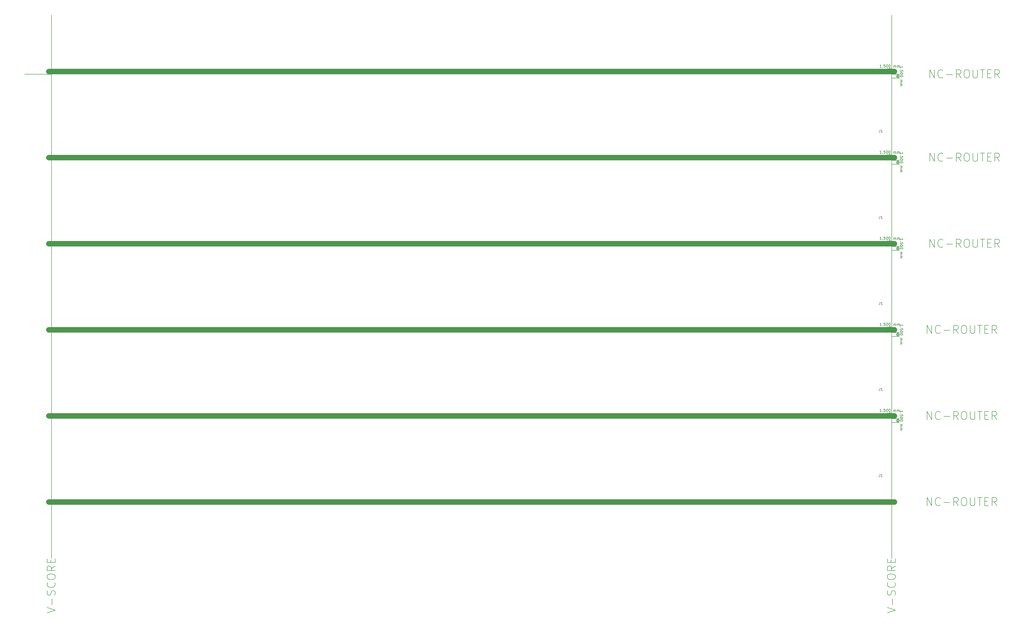
<source format=gbr>
G04 #@! TF.GenerationSoftware,KiCad,Pcbnew,(5.1.5)-3*
G04 #@! TF.CreationDate,2020-04-14T19:59:01+09:00*
G04 #@! TF.ProjectId,APA102_MENZUKE5_base,41504131-3032-45f4-9d45-4e5a554b4535,rev?*
G04 #@! TF.SameCoordinates,Original*
G04 #@! TF.FileFunction,Other,ECO2*
%FSLAX46Y46*%
G04 Gerber Fmt 4.6, Leading zero omitted, Abs format (unit mm)*
G04 Created by KiCad (PCBNEW (5.1.5)-3) date 2020-04-14 19:59:01*
%MOMM*%
%LPD*%
G04 APERTURE LIST*
%ADD10C,0.150000*%
%ADD11C,2.000000*%
G04 APERTURE END LIST*
D10*
X40000000Y-40000000D02*
X50000000Y-40000000D01*
X376142857Y-41357142D02*
X376142857Y-38357142D01*
X377857142Y-41357142D01*
X377857142Y-38357142D01*
X381000000Y-41071428D02*
X380857142Y-41214285D01*
X380428571Y-41357142D01*
X380142857Y-41357142D01*
X379714285Y-41214285D01*
X379428571Y-40928571D01*
X379285714Y-40642857D01*
X379142857Y-40071428D01*
X379142857Y-39642857D01*
X379285714Y-39071428D01*
X379428571Y-38785714D01*
X379714285Y-38500000D01*
X380142857Y-38357142D01*
X380428571Y-38357142D01*
X380857142Y-38500000D01*
X381000000Y-38642857D01*
X382285714Y-40214285D02*
X384571428Y-40214285D01*
X387714285Y-41357142D02*
X386714285Y-39928571D01*
X386000000Y-41357142D02*
X386000000Y-38357142D01*
X387142857Y-38357142D01*
X387428571Y-38500000D01*
X387571428Y-38642857D01*
X387714285Y-38928571D01*
X387714285Y-39357142D01*
X387571428Y-39642857D01*
X387428571Y-39785714D01*
X387142857Y-39928571D01*
X386000000Y-39928571D01*
X389571428Y-38357142D02*
X390142857Y-38357142D01*
X390428571Y-38500000D01*
X390714285Y-38785714D01*
X390857142Y-39357142D01*
X390857142Y-40357142D01*
X390714285Y-40928571D01*
X390428571Y-41214285D01*
X390142857Y-41357142D01*
X389571428Y-41357142D01*
X389285714Y-41214285D01*
X389000000Y-40928571D01*
X388857142Y-40357142D01*
X388857142Y-39357142D01*
X389000000Y-38785714D01*
X389285714Y-38500000D01*
X389571428Y-38357142D01*
X392142857Y-38357142D02*
X392142857Y-40785714D01*
X392285714Y-41071428D01*
X392428571Y-41214285D01*
X392714285Y-41357142D01*
X393285714Y-41357142D01*
X393571428Y-41214285D01*
X393714285Y-41071428D01*
X393857142Y-40785714D01*
X393857142Y-38357142D01*
X394857142Y-38357142D02*
X396571428Y-38357142D01*
X395714285Y-41357142D02*
X395714285Y-38357142D01*
X397571428Y-39785714D02*
X398571428Y-39785714D01*
X399000000Y-41357142D02*
X397571428Y-41357142D01*
X397571428Y-38357142D01*
X399000000Y-38357142D01*
X402000000Y-41357142D02*
X401000000Y-39928571D01*
X400285714Y-41357142D02*
X400285714Y-38357142D01*
X401428571Y-38357142D01*
X401714285Y-38500000D01*
X401857142Y-38642857D01*
X402000000Y-38928571D01*
X402000000Y-39357142D01*
X401857142Y-39642857D01*
X401714285Y-39785714D01*
X401428571Y-39928571D01*
X400285714Y-39928571D01*
X376142857Y-72357142D02*
X376142857Y-69357142D01*
X377857142Y-72357142D01*
X377857142Y-69357142D01*
X381000000Y-72071428D02*
X380857142Y-72214285D01*
X380428571Y-72357142D01*
X380142857Y-72357142D01*
X379714285Y-72214285D01*
X379428571Y-71928571D01*
X379285714Y-71642857D01*
X379142857Y-71071428D01*
X379142857Y-70642857D01*
X379285714Y-70071428D01*
X379428571Y-69785714D01*
X379714285Y-69500000D01*
X380142857Y-69357142D01*
X380428571Y-69357142D01*
X380857142Y-69500000D01*
X381000000Y-69642857D01*
X382285714Y-71214285D02*
X384571428Y-71214285D01*
X387714285Y-72357142D02*
X386714285Y-70928571D01*
X386000000Y-72357142D02*
X386000000Y-69357142D01*
X387142857Y-69357142D01*
X387428571Y-69500000D01*
X387571428Y-69642857D01*
X387714285Y-69928571D01*
X387714285Y-70357142D01*
X387571428Y-70642857D01*
X387428571Y-70785714D01*
X387142857Y-70928571D01*
X386000000Y-70928571D01*
X389571428Y-69357142D02*
X390142857Y-69357142D01*
X390428571Y-69500000D01*
X390714285Y-69785714D01*
X390857142Y-70357142D01*
X390857142Y-71357142D01*
X390714285Y-71928571D01*
X390428571Y-72214285D01*
X390142857Y-72357142D01*
X389571428Y-72357142D01*
X389285714Y-72214285D01*
X389000000Y-71928571D01*
X388857142Y-71357142D01*
X388857142Y-70357142D01*
X389000000Y-69785714D01*
X389285714Y-69500000D01*
X389571428Y-69357142D01*
X392142857Y-69357142D02*
X392142857Y-71785714D01*
X392285714Y-72071428D01*
X392428571Y-72214285D01*
X392714285Y-72357142D01*
X393285714Y-72357142D01*
X393571428Y-72214285D01*
X393714285Y-72071428D01*
X393857142Y-71785714D01*
X393857142Y-69357142D01*
X394857142Y-69357142D02*
X396571428Y-69357142D01*
X395714285Y-72357142D02*
X395714285Y-69357142D01*
X397571428Y-70785714D02*
X398571428Y-70785714D01*
X399000000Y-72357142D02*
X397571428Y-72357142D01*
X397571428Y-69357142D01*
X399000000Y-69357142D01*
X402000000Y-72357142D02*
X401000000Y-70928571D01*
X400285714Y-72357142D02*
X400285714Y-69357142D01*
X401428571Y-69357142D01*
X401714285Y-69500000D01*
X401857142Y-69642857D01*
X402000000Y-69928571D01*
X402000000Y-70357142D01*
X401857142Y-70642857D01*
X401714285Y-70785714D01*
X401428571Y-70928571D01*
X400285714Y-70928571D01*
X376142857Y-104357142D02*
X376142857Y-101357142D01*
X377857142Y-104357142D01*
X377857142Y-101357142D01*
X381000000Y-104071428D02*
X380857142Y-104214285D01*
X380428571Y-104357142D01*
X380142857Y-104357142D01*
X379714285Y-104214285D01*
X379428571Y-103928571D01*
X379285714Y-103642857D01*
X379142857Y-103071428D01*
X379142857Y-102642857D01*
X379285714Y-102071428D01*
X379428571Y-101785714D01*
X379714285Y-101500000D01*
X380142857Y-101357142D01*
X380428571Y-101357142D01*
X380857142Y-101500000D01*
X381000000Y-101642857D01*
X382285714Y-103214285D02*
X384571428Y-103214285D01*
X387714285Y-104357142D02*
X386714285Y-102928571D01*
X386000000Y-104357142D02*
X386000000Y-101357142D01*
X387142857Y-101357142D01*
X387428571Y-101500000D01*
X387571428Y-101642857D01*
X387714285Y-101928571D01*
X387714285Y-102357142D01*
X387571428Y-102642857D01*
X387428571Y-102785714D01*
X387142857Y-102928571D01*
X386000000Y-102928571D01*
X389571428Y-101357142D02*
X390142857Y-101357142D01*
X390428571Y-101500000D01*
X390714285Y-101785714D01*
X390857142Y-102357142D01*
X390857142Y-103357142D01*
X390714285Y-103928571D01*
X390428571Y-104214285D01*
X390142857Y-104357142D01*
X389571428Y-104357142D01*
X389285714Y-104214285D01*
X389000000Y-103928571D01*
X388857142Y-103357142D01*
X388857142Y-102357142D01*
X389000000Y-101785714D01*
X389285714Y-101500000D01*
X389571428Y-101357142D01*
X392142857Y-101357142D02*
X392142857Y-103785714D01*
X392285714Y-104071428D01*
X392428571Y-104214285D01*
X392714285Y-104357142D01*
X393285714Y-104357142D01*
X393571428Y-104214285D01*
X393714285Y-104071428D01*
X393857142Y-103785714D01*
X393857142Y-101357142D01*
X394857142Y-101357142D02*
X396571428Y-101357142D01*
X395714285Y-104357142D02*
X395714285Y-101357142D01*
X397571428Y-102785714D02*
X398571428Y-102785714D01*
X399000000Y-104357142D02*
X397571428Y-104357142D01*
X397571428Y-101357142D01*
X399000000Y-101357142D01*
X402000000Y-104357142D02*
X401000000Y-102928571D01*
X400285714Y-104357142D02*
X400285714Y-101357142D01*
X401428571Y-101357142D01*
X401714285Y-101500000D01*
X401857142Y-101642857D01*
X402000000Y-101928571D01*
X402000000Y-102357142D01*
X401857142Y-102642857D01*
X401714285Y-102785714D01*
X401428571Y-102928571D01*
X400285714Y-102928571D01*
X375142857Y-136357142D02*
X375142857Y-133357142D01*
X376857142Y-136357142D01*
X376857142Y-133357142D01*
X380000000Y-136071428D02*
X379857142Y-136214285D01*
X379428571Y-136357142D01*
X379142857Y-136357142D01*
X378714285Y-136214285D01*
X378428571Y-135928571D01*
X378285714Y-135642857D01*
X378142857Y-135071428D01*
X378142857Y-134642857D01*
X378285714Y-134071428D01*
X378428571Y-133785714D01*
X378714285Y-133500000D01*
X379142857Y-133357142D01*
X379428571Y-133357142D01*
X379857142Y-133500000D01*
X380000000Y-133642857D01*
X381285714Y-135214285D02*
X383571428Y-135214285D01*
X386714285Y-136357142D02*
X385714285Y-134928571D01*
X385000000Y-136357142D02*
X385000000Y-133357142D01*
X386142857Y-133357142D01*
X386428571Y-133500000D01*
X386571428Y-133642857D01*
X386714285Y-133928571D01*
X386714285Y-134357142D01*
X386571428Y-134642857D01*
X386428571Y-134785714D01*
X386142857Y-134928571D01*
X385000000Y-134928571D01*
X388571428Y-133357142D02*
X389142857Y-133357142D01*
X389428571Y-133500000D01*
X389714285Y-133785714D01*
X389857142Y-134357142D01*
X389857142Y-135357142D01*
X389714285Y-135928571D01*
X389428571Y-136214285D01*
X389142857Y-136357142D01*
X388571428Y-136357142D01*
X388285714Y-136214285D01*
X388000000Y-135928571D01*
X387857142Y-135357142D01*
X387857142Y-134357142D01*
X388000000Y-133785714D01*
X388285714Y-133500000D01*
X388571428Y-133357142D01*
X391142857Y-133357142D02*
X391142857Y-135785714D01*
X391285714Y-136071428D01*
X391428571Y-136214285D01*
X391714285Y-136357142D01*
X392285714Y-136357142D01*
X392571428Y-136214285D01*
X392714285Y-136071428D01*
X392857142Y-135785714D01*
X392857142Y-133357142D01*
X393857142Y-133357142D02*
X395571428Y-133357142D01*
X394714285Y-136357142D02*
X394714285Y-133357142D01*
X396571428Y-134785714D02*
X397571428Y-134785714D01*
X398000000Y-136357142D02*
X396571428Y-136357142D01*
X396571428Y-133357142D01*
X398000000Y-133357142D01*
X401000000Y-136357142D02*
X400000000Y-134928571D01*
X399285714Y-136357142D02*
X399285714Y-133357142D01*
X400428571Y-133357142D01*
X400714285Y-133500000D01*
X400857142Y-133642857D01*
X401000000Y-133928571D01*
X401000000Y-134357142D01*
X400857142Y-134642857D01*
X400714285Y-134785714D01*
X400428571Y-134928571D01*
X399285714Y-134928571D01*
X375142857Y-168357142D02*
X375142857Y-165357142D01*
X376857142Y-168357142D01*
X376857142Y-165357142D01*
X380000000Y-168071428D02*
X379857142Y-168214285D01*
X379428571Y-168357142D01*
X379142857Y-168357142D01*
X378714285Y-168214285D01*
X378428571Y-167928571D01*
X378285714Y-167642857D01*
X378142857Y-167071428D01*
X378142857Y-166642857D01*
X378285714Y-166071428D01*
X378428571Y-165785714D01*
X378714285Y-165500000D01*
X379142857Y-165357142D01*
X379428571Y-165357142D01*
X379857142Y-165500000D01*
X380000000Y-165642857D01*
X381285714Y-167214285D02*
X383571428Y-167214285D01*
X386714285Y-168357142D02*
X385714285Y-166928571D01*
X385000000Y-168357142D02*
X385000000Y-165357142D01*
X386142857Y-165357142D01*
X386428571Y-165500000D01*
X386571428Y-165642857D01*
X386714285Y-165928571D01*
X386714285Y-166357142D01*
X386571428Y-166642857D01*
X386428571Y-166785714D01*
X386142857Y-166928571D01*
X385000000Y-166928571D01*
X388571428Y-165357142D02*
X389142857Y-165357142D01*
X389428571Y-165500000D01*
X389714285Y-165785714D01*
X389857142Y-166357142D01*
X389857142Y-167357142D01*
X389714285Y-167928571D01*
X389428571Y-168214285D01*
X389142857Y-168357142D01*
X388571428Y-168357142D01*
X388285714Y-168214285D01*
X388000000Y-167928571D01*
X387857142Y-167357142D01*
X387857142Y-166357142D01*
X388000000Y-165785714D01*
X388285714Y-165500000D01*
X388571428Y-165357142D01*
X391142857Y-165357142D02*
X391142857Y-167785714D01*
X391285714Y-168071428D01*
X391428571Y-168214285D01*
X391714285Y-168357142D01*
X392285714Y-168357142D01*
X392571428Y-168214285D01*
X392714285Y-168071428D01*
X392857142Y-167785714D01*
X392857142Y-165357142D01*
X393857142Y-165357142D02*
X395571428Y-165357142D01*
X394714285Y-168357142D02*
X394714285Y-165357142D01*
X396571428Y-166785714D02*
X397571428Y-166785714D01*
X398000000Y-168357142D02*
X396571428Y-168357142D01*
X396571428Y-165357142D01*
X398000000Y-165357142D01*
X401000000Y-168357142D02*
X400000000Y-166928571D01*
X399285714Y-168357142D02*
X399285714Y-165357142D01*
X400428571Y-165357142D01*
X400714285Y-165500000D01*
X400857142Y-165642857D01*
X401000000Y-165928571D01*
X401000000Y-166357142D01*
X400857142Y-166642857D01*
X400714285Y-166785714D01*
X400428571Y-166928571D01*
X399285714Y-166928571D01*
X375142857Y-200357142D02*
X375142857Y-197357142D01*
X376857142Y-200357142D01*
X376857142Y-197357142D01*
X380000000Y-200071428D02*
X379857142Y-200214285D01*
X379428571Y-200357142D01*
X379142857Y-200357142D01*
X378714285Y-200214285D01*
X378428571Y-199928571D01*
X378285714Y-199642857D01*
X378142857Y-199071428D01*
X378142857Y-198642857D01*
X378285714Y-198071428D01*
X378428571Y-197785714D01*
X378714285Y-197500000D01*
X379142857Y-197357142D01*
X379428571Y-197357142D01*
X379857142Y-197500000D01*
X380000000Y-197642857D01*
X381285714Y-199214285D02*
X383571428Y-199214285D01*
X386714285Y-200357142D02*
X385714285Y-198928571D01*
X385000000Y-200357142D02*
X385000000Y-197357142D01*
X386142857Y-197357142D01*
X386428571Y-197500000D01*
X386571428Y-197642857D01*
X386714285Y-197928571D01*
X386714285Y-198357142D01*
X386571428Y-198642857D01*
X386428571Y-198785714D01*
X386142857Y-198928571D01*
X385000000Y-198928571D01*
X388571428Y-197357142D02*
X389142857Y-197357142D01*
X389428571Y-197500000D01*
X389714285Y-197785714D01*
X389857142Y-198357142D01*
X389857142Y-199357142D01*
X389714285Y-199928571D01*
X389428571Y-200214285D01*
X389142857Y-200357142D01*
X388571428Y-200357142D01*
X388285714Y-200214285D01*
X388000000Y-199928571D01*
X387857142Y-199357142D01*
X387857142Y-198357142D01*
X388000000Y-197785714D01*
X388285714Y-197500000D01*
X388571428Y-197357142D01*
X391142857Y-197357142D02*
X391142857Y-199785714D01*
X391285714Y-200071428D01*
X391428571Y-200214285D01*
X391714285Y-200357142D01*
X392285714Y-200357142D01*
X392571428Y-200214285D01*
X392714285Y-200071428D01*
X392857142Y-199785714D01*
X392857142Y-197357142D01*
X393857142Y-197357142D02*
X395571428Y-197357142D01*
X394714285Y-200357142D02*
X394714285Y-197357142D01*
X396571428Y-198785714D02*
X397571428Y-198785714D01*
X398000000Y-200357142D02*
X396571428Y-200357142D01*
X396571428Y-197357142D01*
X398000000Y-197357142D01*
X401000000Y-200357142D02*
X400000000Y-198928571D01*
X399285714Y-200357142D02*
X399285714Y-197357142D01*
X400428571Y-197357142D01*
X400714285Y-197500000D01*
X400857142Y-197642857D01*
X401000000Y-197928571D01*
X401000000Y-198357142D01*
X400857142Y-198642857D01*
X400714285Y-198785714D01*
X400428571Y-198928571D01*
X399285714Y-198928571D01*
X48357142Y-240214285D02*
X51357142Y-239214285D01*
X48357142Y-238214285D01*
X50214285Y-237214285D02*
X50214285Y-234928571D01*
X51214285Y-233642857D02*
X51357142Y-233214285D01*
X51357142Y-232500000D01*
X51214285Y-232214285D01*
X51071428Y-232071428D01*
X50785714Y-231928571D01*
X50500000Y-231928571D01*
X50214285Y-232071428D01*
X50071428Y-232214285D01*
X49928571Y-232500000D01*
X49785714Y-233071428D01*
X49642857Y-233357142D01*
X49500000Y-233500000D01*
X49214285Y-233642857D01*
X48928571Y-233642857D01*
X48642857Y-233500000D01*
X48500000Y-233357142D01*
X48357142Y-233071428D01*
X48357142Y-232357142D01*
X48500000Y-231928571D01*
X51071428Y-228928571D02*
X51214285Y-229071428D01*
X51357142Y-229500000D01*
X51357142Y-229785714D01*
X51214285Y-230214285D01*
X50928571Y-230500000D01*
X50642857Y-230642857D01*
X50071428Y-230785714D01*
X49642857Y-230785714D01*
X49071428Y-230642857D01*
X48785714Y-230500000D01*
X48500000Y-230214285D01*
X48357142Y-229785714D01*
X48357142Y-229500000D01*
X48500000Y-229071428D01*
X48642857Y-228928571D01*
X48357142Y-227071428D02*
X48357142Y-226500000D01*
X48500000Y-226214285D01*
X48785714Y-225928571D01*
X49357142Y-225785714D01*
X50357142Y-225785714D01*
X50928571Y-225928571D01*
X51214285Y-226214285D01*
X51357142Y-226500000D01*
X51357142Y-227071428D01*
X51214285Y-227357142D01*
X50928571Y-227642857D01*
X50357142Y-227785714D01*
X49357142Y-227785714D01*
X48785714Y-227642857D01*
X48500000Y-227357142D01*
X48357142Y-227071428D01*
X51357142Y-222785714D02*
X49928571Y-223785714D01*
X51357142Y-224500000D02*
X48357142Y-224500000D01*
X48357142Y-223357142D01*
X48500000Y-223071428D01*
X48642857Y-222928571D01*
X48928571Y-222785714D01*
X49357142Y-222785714D01*
X49642857Y-222928571D01*
X49785714Y-223071428D01*
X49928571Y-223357142D01*
X49928571Y-224500000D01*
X49785714Y-221500000D02*
X49785714Y-220500000D01*
X51357142Y-220071428D02*
X51357142Y-221500000D01*
X48357142Y-221500000D01*
X48357142Y-220071428D01*
X360357142Y-240214285D02*
X363357142Y-239214285D01*
X360357142Y-238214285D01*
X362214285Y-237214285D02*
X362214285Y-234928571D01*
X363214285Y-233642857D02*
X363357142Y-233214285D01*
X363357142Y-232500000D01*
X363214285Y-232214285D01*
X363071428Y-232071428D01*
X362785714Y-231928571D01*
X362500000Y-231928571D01*
X362214285Y-232071428D01*
X362071428Y-232214285D01*
X361928571Y-232500000D01*
X361785714Y-233071428D01*
X361642857Y-233357142D01*
X361500000Y-233500000D01*
X361214285Y-233642857D01*
X360928571Y-233642857D01*
X360642857Y-233500000D01*
X360500000Y-233357142D01*
X360357142Y-233071428D01*
X360357142Y-232357142D01*
X360500000Y-231928571D01*
X363071428Y-228928571D02*
X363214285Y-229071428D01*
X363357142Y-229500000D01*
X363357142Y-229785714D01*
X363214285Y-230214285D01*
X362928571Y-230500000D01*
X362642857Y-230642857D01*
X362071428Y-230785714D01*
X361642857Y-230785714D01*
X361071428Y-230642857D01*
X360785714Y-230500000D01*
X360500000Y-230214285D01*
X360357142Y-229785714D01*
X360357142Y-229500000D01*
X360500000Y-229071428D01*
X360642857Y-228928571D01*
X360357142Y-227071428D02*
X360357142Y-226500000D01*
X360500000Y-226214285D01*
X360785714Y-225928571D01*
X361357142Y-225785714D01*
X362357142Y-225785714D01*
X362928571Y-225928571D01*
X363214285Y-226214285D01*
X363357142Y-226500000D01*
X363357142Y-227071428D01*
X363214285Y-227357142D01*
X362928571Y-227642857D01*
X362357142Y-227785714D01*
X361357142Y-227785714D01*
X360785714Y-227642857D01*
X360500000Y-227357142D01*
X360357142Y-227071428D01*
X363357142Y-222785714D02*
X361928571Y-223785714D01*
X363357142Y-224500000D02*
X360357142Y-224500000D01*
X360357142Y-223357142D01*
X360500000Y-223071428D01*
X360642857Y-222928571D01*
X360928571Y-222785714D01*
X361357142Y-222785714D01*
X361642857Y-222928571D01*
X361785714Y-223071428D01*
X361928571Y-223357142D01*
X361928571Y-224500000D01*
X361785714Y-221500000D02*
X361785714Y-220500000D01*
X363357142Y-220071428D02*
X363357142Y-221500000D01*
X360357142Y-221500000D01*
X360357142Y-220071428D01*
X362000000Y-220000000D02*
X362000000Y-18000000D01*
X50000000Y-220000000D02*
X50000000Y-18000000D01*
D11*
X363000000Y-39000000D02*
X49000000Y-39000000D01*
X363000000Y-199000000D02*
X49000000Y-199000000D01*
X363000000Y-167000000D02*
X49000000Y-167000000D01*
X363000000Y-135000000D02*
X49000000Y-135000000D01*
X363000000Y-103000000D02*
X49000000Y-103000000D01*
X363000000Y-71000000D02*
X49000000Y-71000000D01*
D10*
X358154761Y-165452380D02*
X357583333Y-165452380D01*
X357869047Y-165452380D02*
X357869047Y-164452380D01*
X357773809Y-164595238D01*
X357678571Y-164690476D01*
X357583333Y-164738095D01*
X358583333Y-165357142D02*
X358630952Y-165404761D01*
X358583333Y-165452380D01*
X358535714Y-165404761D01*
X358583333Y-165357142D01*
X358583333Y-165452380D01*
X359535714Y-164452380D02*
X359059523Y-164452380D01*
X359011904Y-164928571D01*
X359059523Y-164880952D01*
X359154761Y-164833333D01*
X359392857Y-164833333D01*
X359488095Y-164880952D01*
X359535714Y-164928571D01*
X359583333Y-165023809D01*
X359583333Y-165261904D01*
X359535714Y-165357142D01*
X359488095Y-165404761D01*
X359392857Y-165452380D01*
X359154761Y-165452380D01*
X359059523Y-165404761D01*
X359011904Y-165357142D01*
X360202380Y-164452380D02*
X360297619Y-164452380D01*
X360392857Y-164500000D01*
X360440476Y-164547619D01*
X360488095Y-164642857D01*
X360535714Y-164833333D01*
X360535714Y-165071428D01*
X360488095Y-165261904D01*
X360440476Y-165357142D01*
X360392857Y-165404761D01*
X360297619Y-165452380D01*
X360202380Y-165452380D01*
X360107142Y-165404761D01*
X360059523Y-165357142D01*
X360011904Y-165261904D01*
X359964285Y-165071428D01*
X359964285Y-164833333D01*
X360011904Y-164642857D01*
X360059523Y-164547619D01*
X360107142Y-164500000D01*
X360202380Y-164452380D01*
X361154761Y-164452380D02*
X361250000Y-164452380D01*
X361345238Y-164500000D01*
X361392857Y-164547619D01*
X361440476Y-164642857D01*
X361488095Y-164833333D01*
X361488095Y-165071428D01*
X361440476Y-165261904D01*
X361392857Y-165357142D01*
X361345238Y-165404761D01*
X361250000Y-165452380D01*
X361154761Y-165452380D01*
X361059523Y-165404761D01*
X361011904Y-165357142D01*
X360964285Y-165261904D01*
X360916666Y-165071428D01*
X360916666Y-164833333D01*
X360964285Y-164642857D01*
X361011904Y-164547619D01*
X361059523Y-164500000D01*
X361154761Y-164452380D01*
X362678571Y-165452380D02*
X362678571Y-164785714D01*
X362678571Y-164880952D02*
X362726190Y-164833333D01*
X362821428Y-164785714D01*
X362964285Y-164785714D01*
X363059523Y-164833333D01*
X363107142Y-164928571D01*
X363107142Y-165452380D01*
X363107142Y-164928571D02*
X363154761Y-164833333D01*
X363250000Y-164785714D01*
X363392857Y-164785714D01*
X363488095Y-164833333D01*
X363535714Y-164928571D01*
X363535714Y-165452380D01*
X364011904Y-165452380D02*
X364011904Y-164785714D01*
X364011904Y-164880952D02*
X364059523Y-164833333D01*
X364154761Y-164785714D01*
X364297619Y-164785714D01*
X364392857Y-164833333D01*
X364440476Y-164928571D01*
X364440476Y-165452380D01*
X364440476Y-164928571D02*
X364488095Y-164833333D01*
X364583333Y-164785714D01*
X364726190Y-164785714D01*
X364821428Y-164833333D01*
X364869047Y-164928571D01*
X364869047Y-165452380D01*
X362000000Y-166300000D02*
X360500000Y-166300000D01*
X362000000Y-168000000D02*
X362000000Y-165713579D01*
X360500000Y-168000000D02*
X360500000Y-165713579D01*
X360500000Y-166300000D02*
X361626504Y-165713579D01*
X360500000Y-166300000D02*
X361626504Y-166886421D01*
X362000000Y-166300000D02*
X360873496Y-165713579D01*
X362000000Y-166300000D02*
X360873496Y-166886421D01*
X358154761Y-133452380D02*
X357583333Y-133452380D01*
X357869047Y-133452380D02*
X357869047Y-132452380D01*
X357773809Y-132595238D01*
X357678571Y-132690476D01*
X357583333Y-132738095D01*
X358583333Y-133357142D02*
X358630952Y-133404761D01*
X358583333Y-133452380D01*
X358535714Y-133404761D01*
X358583333Y-133357142D01*
X358583333Y-133452380D01*
X359535714Y-132452380D02*
X359059523Y-132452380D01*
X359011904Y-132928571D01*
X359059523Y-132880952D01*
X359154761Y-132833333D01*
X359392857Y-132833333D01*
X359488095Y-132880952D01*
X359535714Y-132928571D01*
X359583333Y-133023809D01*
X359583333Y-133261904D01*
X359535714Y-133357142D01*
X359488095Y-133404761D01*
X359392857Y-133452380D01*
X359154761Y-133452380D01*
X359059523Y-133404761D01*
X359011904Y-133357142D01*
X360202380Y-132452380D02*
X360297619Y-132452380D01*
X360392857Y-132500000D01*
X360440476Y-132547619D01*
X360488095Y-132642857D01*
X360535714Y-132833333D01*
X360535714Y-133071428D01*
X360488095Y-133261904D01*
X360440476Y-133357142D01*
X360392857Y-133404761D01*
X360297619Y-133452380D01*
X360202380Y-133452380D01*
X360107142Y-133404761D01*
X360059523Y-133357142D01*
X360011904Y-133261904D01*
X359964285Y-133071428D01*
X359964285Y-132833333D01*
X360011904Y-132642857D01*
X360059523Y-132547619D01*
X360107142Y-132500000D01*
X360202380Y-132452380D01*
X361154761Y-132452380D02*
X361250000Y-132452380D01*
X361345238Y-132500000D01*
X361392857Y-132547619D01*
X361440476Y-132642857D01*
X361488095Y-132833333D01*
X361488095Y-133071428D01*
X361440476Y-133261904D01*
X361392857Y-133357142D01*
X361345238Y-133404761D01*
X361250000Y-133452380D01*
X361154761Y-133452380D01*
X361059523Y-133404761D01*
X361011904Y-133357142D01*
X360964285Y-133261904D01*
X360916666Y-133071428D01*
X360916666Y-132833333D01*
X360964285Y-132642857D01*
X361011904Y-132547619D01*
X361059523Y-132500000D01*
X361154761Y-132452380D01*
X362678571Y-133452380D02*
X362678571Y-132785714D01*
X362678571Y-132880952D02*
X362726190Y-132833333D01*
X362821428Y-132785714D01*
X362964285Y-132785714D01*
X363059523Y-132833333D01*
X363107142Y-132928571D01*
X363107142Y-133452380D01*
X363107142Y-132928571D02*
X363154761Y-132833333D01*
X363250000Y-132785714D01*
X363392857Y-132785714D01*
X363488095Y-132833333D01*
X363535714Y-132928571D01*
X363535714Y-133452380D01*
X364011904Y-133452380D02*
X364011904Y-132785714D01*
X364011904Y-132880952D02*
X364059523Y-132833333D01*
X364154761Y-132785714D01*
X364297619Y-132785714D01*
X364392857Y-132833333D01*
X364440476Y-132928571D01*
X364440476Y-133452380D01*
X364440476Y-132928571D02*
X364488095Y-132833333D01*
X364583333Y-132785714D01*
X364726190Y-132785714D01*
X364821428Y-132833333D01*
X364869047Y-132928571D01*
X364869047Y-133452380D01*
X362000000Y-134300000D02*
X360500000Y-134300000D01*
X362000000Y-136000000D02*
X362000000Y-133713579D01*
X360500000Y-136000000D02*
X360500000Y-133713579D01*
X360500000Y-134300000D02*
X361626504Y-133713579D01*
X360500000Y-134300000D02*
X361626504Y-134886421D01*
X362000000Y-134300000D02*
X360873496Y-133713579D01*
X362000000Y-134300000D02*
X360873496Y-134886421D01*
X358154761Y-101452380D02*
X357583333Y-101452380D01*
X357869047Y-101452380D02*
X357869047Y-100452380D01*
X357773809Y-100595238D01*
X357678571Y-100690476D01*
X357583333Y-100738095D01*
X358583333Y-101357142D02*
X358630952Y-101404761D01*
X358583333Y-101452380D01*
X358535714Y-101404761D01*
X358583333Y-101357142D01*
X358583333Y-101452380D01*
X359535714Y-100452380D02*
X359059523Y-100452380D01*
X359011904Y-100928571D01*
X359059523Y-100880952D01*
X359154761Y-100833333D01*
X359392857Y-100833333D01*
X359488095Y-100880952D01*
X359535714Y-100928571D01*
X359583333Y-101023809D01*
X359583333Y-101261904D01*
X359535714Y-101357142D01*
X359488095Y-101404761D01*
X359392857Y-101452380D01*
X359154761Y-101452380D01*
X359059523Y-101404761D01*
X359011904Y-101357142D01*
X360202380Y-100452380D02*
X360297619Y-100452380D01*
X360392857Y-100500000D01*
X360440476Y-100547619D01*
X360488095Y-100642857D01*
X360535714Y-100833333D01*
X360535714Y-101071428D01*
X360488095Y-101261904D01*
X360440476Y-101357142D01*
X360392857Y-101404761D01*
X360297619Y-101452380D01*
X360202380Y-101452380D01*
X360107142Y-101404761D01*
X360059523Y-101357142D01*
X360011904Y-101261904D01*
X359964285Y-101071428D01*
X359964285Y-100833333D01*
X360011904Y-100642857D01*
X360059523Y-100547619D01*
X360107142Y-100500000D01*
X360202380Y-100452380D01*
X361154761Y-100452380D02*
X361250000Y-100452380D01*
X361345238Y-100500000D01*
X361392857Y-100547619D01*
X361440476Y-100642857D01*
X361488095Y-100833333D01*
X361488095Y-101071428D01*
X361440476Y-101261904D01*
X361392857Y-101357142D01*
X361345238Y-101404761D01*
X361250000Y-101452380D01*
X361154761Y-101452380D01*
X361059523Y-101404761D01*
X361011904Y-101357142D01*
X360964285Y-101261904D01*
X360916666Y-101071428D01*
X360916666Y-100833333D01*
X360964285Y-100642857D01*
X361011904Y-100547619D01*
X361059523Y-100500000D01*
X361154761Y-100452380D01*
X362678571Y-101452380D02*
X362678571Y-100785714D01*
X362678571Y-100880952D02*
X362726190Y-100833333D01*
X362821428Y-100785714D01*
X362964285Y-100785714D01*
X363059523Y-100833333D01*
X363107142Y-100928571D01*
X363107142Y-101452380D01*
X363107142Y-100928571D02*
X363154761Y-100833333D01*
X363250000Y-100785714D01*
X363392857Y-100785714D01*
X363488095Y-100833333D01*
X363535714Y-100928571D01*
X363535714Y-101452380D01*
X364011904Y-101452380D02*
X364011904Y-100785714D01*
X364011904Y-100880952D02*
X364059523Y-100833333D01*
X364154761Y-100785714D01*
X364297619Y-100785714D01*
X364392857Y-100833333D01*
X364440476Y-100928571D01*
X364440476Y-101452380D01*
X364440476Y-100928571D02*
X364488095Y-100833333D01*
X364583333Y-100785714D01*
X364726190Y-100785714D01*
X364821428Y-100833333D01*
X364869047Y-100928571D01*
X364869047Y-101452380D01*
X362000000Y-102300000D02*
X360500000Y-102300000D01*
X362000000Y-104000000D02*
X362000000Y-101713579D01*
X360500000Y-104000000D02*
X360500000Y-101713579D01*
X360500000Y-102300000D02*
X361626504Y-101713579D01*
X360500000Y-102300000D02*
X361626504Y-102886421D01*
X362000000Y-102300000D02*
X360873496Y-101713579D01*
X362000000Y-102300000D02*
X360873496Y-102886421D01*
X358154761Y-69452380D02*
X357583333Y-69452380D01*
X357869047Y-69452380D02*
X357869047Y-68452380D01*
X357773809Y-68595238D01*
X357678571Y-68690476D01*
X357583333Y-68738095D01*
X358583333Y-69357142D02*
X358630952Y-69404761D01*
X358583333Y-69452380D01*
X358535714Y-69404761D01*
X358583333Y-69357142D01*
X358583333Y-69452380D01*
X359535714Y-68452380D02*
X359059523Y-68452380D01*
X359011904Y-68928571D01*
X359059523Y-68880952D01*
X359154761Y-68833333D01*
X359392857Y-68833333D01*
X359488095Y-68880952D01*
X359535714Y-68928571D01*
X359583333Y-69023809D01*
X359583333Y-69261904D01*
X359535714Y-69357142D01*
X359488095Y-69404761D01*
X359392857Y-69452380D01*
X359154761Y-69452380D01*
X359059523Y-69404761D01*
X359011904Y-69357142D01*
X360202380Y-68452380D02*
X360297619Y-68452380D01*
X360392857Y-68500000D01*
X360440476Y-68547619D01*
X360488095Y-68642857D01*
X360535714Y-68833333D01*
X360535714Y-69071428D01*
X360488095Y-69261904D01*
X360440476Y-69357142D01*
X360392857Y-69404761D01*
X360297619Y-69452380D01*
X360202380Y-69452380D01*
X360107142Y-69404761D01*
X360059523Y-69357142D01*
X360011904Y-69261904D01*
X359964285Y-69071428D01*
X359964285Y-68833333D01*
X360011904Y-68642857D01*
X360059523Y-68547619D01*
X360107142Y-68500000D01*
X360202380Y-68452380D01*
X361154761Y-68452380D02*
X361250000Y-68452380D01*
X361345238Y-68500000D01*
X361392857Y-68547619D01*
X361440476Y-68642857D01*
X361488095Y-68833333D01*
X361488095Y-69071428D01*
X361440476Y-69261904D01*
X361392857Y-69357142D01*
X361345238Y-69404761D01*
X361250000Y-69452380D01*
X361154761Y-69452380D01*
X361059523Y-69404761D01*
X361011904Y-69357142D01*
X360964285Y-69261904D01*
X360916666Y-69071428D01*
X360916666Y-68833333D01*
X360964285Y-68642857D01*
X361011904Y-68547619D01*
X361059523Y-68500000D01*
X361154761Y-68452380D01*
X362678571Y-69452380D02*
X362678571Y-68785714D01*
X362678571Y-68880952D02*
X362726190Y-68833333D01*
X362821428Y-68785714D01*
X362964285Y-68785714D01*
X363059523Y-68833333D01*
X363107142Y-68928571D01*
X363107142Y-69452380D01*
X363107142Y-68928571D02*
X363154761Y-68833333D01*
X363250000Y-68785714D01*
X363392857Y-68785714D01*
X363488095Y-68833333D01*
X363535714Y-68928571D01*
X363535714Y-69452380D01*
X364011904Y-69452380D02*
X364011904Y-68785714D01*
X364011904Y-68880952D02*
X364059523Y-68833333D01*
X364154761Y-68785714D01*
X364297619Y-68785714D01*
X364392857Y-68833333D01*
X364440476Y-68928571D01*
X364440476Y-69452380D01*
X364440476Y-68928571D02*
X364488095Y-68833333D01*
X364583333Y-68785714D01*
X364726190Y-68785714D01*
X364821428Y-68833333D01*
X364869047Y-68928571D01*
X364869047Y-69452380D01*
X362000000Y-70300000D02*
X360500000Y-70300000D01*
X362000000Y-72000000D02*
X362000000Y-69713579D01*
X360500000Y-72000000D02*
X360500000Y-69713579D01*
X360500000Y-70300000D02*
X361626504Y-69713579D01*
X360500000Y-70300000D02*
X361626504Y-70886421D01*
X362000000Y-70300000D02*
X360873496Y-69713579D01*
X362000000Y-70300000D02*
X360873496Y-70886421D01*
X365147619Y-165654761D02*
X365147619Y-165083333D01*
X365147619Y-165369047D02*
X366147619Y-165369047D01*
X366004761Y-165273809D01*
X365909523Y-165178571D01*
X365861904Y-165083333D01*
X365242857Y-166083333D02*
X365195238Y-166130952D01*
X365147619Y-166083333D01*
X365195238Y-166035714D01*
X365242857Y-166083333D01*
X365147619Y-166083333D01*
X366147619Y-167035714D02*
X366147619Y-166559523D01*
X365671428Y-166511904D01*
X365719047Y-166559523D01*
X365766666Y-166654761D01*
X365766666Y-166892857D01*
X365719047Y-166988095D01*
X365671428Y-167035714D01*
X365576190Y-167083333D01*
X365338095Y-167083333D01*
X365242857Y-167035714D01*
X365195238Y-166988095D01*
X365147619Y-166892857D01*
X365147619Y-166654761D01*
X365195238Y-166559523D01*
X365242857Y-166511904D01*
X366147619Y-167702380D02*
X366147619Y-167797619D01*
X366100000Y-167892857D01*
X366052380Y-167940476D01*
X365957142Y-167988095D01*
X365766666Y-168035714D01*
X365528571Y-168035714D01*
X365338095Y-167988095D01*
X365242857Y-167940476D01*
X365195238Y-167892857D01*
X365147619Y-167797619D01*
X365147619Y-167702380D01*
X365195238Y-167607142D01*
X365242857Y-167559523D01*
X365338095Y-167511904D01*
X365528571Y-167464285D01*
X365766666Y-167464285D01*
X365957142Y-167511904D01*
X366052380Y-167559523D01*
X366100000Y-167607142D01*
X366147619Y-167702380D01*
X366147619Y-168654761D02*
X366147619Y-168750000D01*
X366100000Y-168845238D01*
X366052380Y-168892857D01*
X365957142Y-168940476D01*
X365766666Y-168988095D01*
X365528571Y-168988095D01*
X365338095Y-168940476D01*
X365242857Y-168892857D01*
X365195238Y-168845238D01*
X365147619Y-168750000D01*
X365147619Y-168654761D01*
X365195238Y-168559523D01*
X365242857Y-168511904D01*
X365338095Y-168464285D01*
X365528571Y-168416666D01*
X365766666Y-168416666D01*
X365957142Y-168464285D01*
X366052380Y-168511904D01*
X366100000Y-168559523D01*
X366147619Y-168654761D01*
X365147619Y-170178571D02*
X365814285Y-170178571D01*
X365719047Y-170178571D02*
X365766666Y-170226190D01*
X365814285Y-170321428D01*
X365814285Y-170464285D01*
X365766666Y-170559523D01*
X365671428Y-170607142D01*
X365147619Y-170607142D01*
X365671428Y-170607142D02*
X365766666Y-170654761D01*
X365814285Y-170750000D01*
X365814285Y-170892857D01*
X365766666Y-170988095D01*
X365671428Y-171035714D01*
X365147619Y-171035714D01*
X365147619Y-171511904D02*
X365814285Y-171511904D01*
X365719047Y-171511904D02*
X365766666Y-171559523D01*
X365814285Y-171654761D01*
X365814285Y-171797619D01*
X365766666Y-171892857D01*
X365671428Y-171940476D01*
X365147619Y-171940476D01*
X365671428Y-171940476D02*
X365766666Y-171988095D01*
X365814285Y-172083333D01*
X365814285Y-172226190D01*
X365766666Y-172321428D01*
X365671428Y-172369047D01*
X365147619Y-172369047D01*
X364300000Y-168000000D02*
X364300000Y-169500000D01*
X362000000Y-168000000D02*
X364886421Y-168000000D01*
X362000000Y-169500000D02*
X364886421Y-169500000D01*
X364300000Y-169500000D02*
X363713579Y-168373496D01*
X364300000Y-169500000D02*
X364886421Y-168373496D01*
X364300000Y-168000000D02*
X363713579Y-169126504D01*
X364300000Y-168000000D02*
X364886421Y-169126504D01*
X365147619Y-133654761D02*
X365147619Y-133083333D01*
X365147619Y-133369047D02*
X366147619Y-133369047D01*
X366004761Y-133273809D01*
X365909523Y-133178571D01*
X365861904Y-133083333D01*
X365242857Y-134083333D02*
X365195238Y-134130952D01*
X365147619Y-134083333D01*
X365195238Y-134035714D01*
X365242857Y-134083333D01*
X365147619Y-134083333D01*
X366147619Y-135035714D02*
X366147619Y-134559523D01*
X365671428Y-134511904D01*
X365719047Y-134559523D01*
X365766666Y-134654761D01*
X365766666Y-134892857D01*
X365719047Y-134988095D01*
X365671428Y-135035714D01*
X365576190Y-135083333D01*
X365338095Y-135083333D01*
X365242857Y-135035714D01*
X365195238Y-134988095D01*
X365147619Y-134892857D01*
X365147619Y-134654761D01*
X365195238Y-134559523D01*
X365242857Y-134511904D01*
X366147619Y-135702380D02*
X366147619Y-135797619D01*
X366100000Y-135892857D01*
X366052380Y-135940476D01*
X365957142Y-135988095D01*
X365766666Y-136035714D01*
X365528571Y-136035714D01*
X365338095Y-135988095D01*
X365242857Y-135940476D01*
X365195238Y-135892857D01*
X365147619Y-135797619D01*
X365147619Y-135702380D01*
X365195238Y-135607142D01*
X365242857Y-135559523D01*
X365338095Y-135511904D01*
X365528571Y-135464285D01*
X365766666Y-135464285D01*
X365957142Y-135511904D01*
X366052380Y-135559523D01*
X366100000Y-135607142D01*
X366147619Y-135702380D01*
X366147619Y-136654761D02*
X366147619Y-136750000D01*
X366100000Y-136845238D01*
X366052380Y-136892857D01*
X365957142Y-136940476D01*
X365766666Y-136988095D01*
X365528571Y-136988095D01*
X365338095Y-136940476D01*
X365242857Y-136892857D01*
X365195238Y-136845238D01*
X365147619Y-136750000D01*
X365147619Y-136654761D01*
X365195238Y-136559523D01*
X365242857Y-136511904D01*
X365338095Y-136464285D01*
X365528571Y-136416666D01*
X365766666Y-136416666D01*
X365957142Y-136464285D01*
X366052380Y-136511904D01*
X366100000Y-136559523D01*
X366147619Y-136654761D01*
X365147619Y-138178571D02*
X365814285Y-138178571D01*
X365719047Y-138178571D02*
X365766666Y-138226190D01*
X365814285Y-138321428D01*
X365814285Y-138464285D01*
X365766666Y-138559523D01*
X365671428Y-138607142D01*
X365147619Y-138607142D01*
X365671428Y-138607142D02*
X365766666Y-138654761D01*
X365814285Y-138750000D01*
X365814285Y-138892857D01*
X365766666Y-138988095D01*
X365671428Y-139035714D01*
X365147619Y-139035714D01*
X365147619Y-139511904D02*
X365814285Y-139511904D01*
X365719047Y-139511904D02*
X365766666Y-139559523D01*
X365814285Y-139654761D01*
X365814285Y-139797619D01*
X365766666Y-139892857D01*
X365671428Y-139940476D01*
X365147619Y-139940476D01*
X365671428Y-139940476D02*
X365766666Y-139988095D01*
X365814285Y-140083333D01*
X365814285Y-140226190D01*
X365766666Y-140321428D01*
X365671428Y-140369047D01*
X365147619Y-140369047D01*
X364300000Y-136000000D02*
X364300000Y-137500000D01*
X362000000Y-136000000D02*
X364886421Y-136000000D01*
X362000000Y-137500000D02*
X364886421Y-137500000D01*
X364300000Y-137500000D02*
X363713579Y-136373496D01*
X364300000Y-137500000D02*
X364886421Y-136373496D01*
X364300000Y-136000000D02*
X363713579Y-137126504D01*
X364300000Y-136000000D02*
X364886421Y-137126504D01*
X365147619Y-101654761D02*
X365147619Y-101083333D01*
X365147619Y-101369047D02*
X366147619Y-101369047D01*
X366004761Y-101273809D01*
X365909523Y-101178571D01*
X365861904Y-101083333D01*
X365242857Y-102083333D02*
X365195238Y-102130952D01*
X365147619Y-102083333D01*
X365195238Y-102035714D01*
X365242857Y-102083333D01*
X365147619Y-102083333D01*
X366147619Y-103035714D02*
X366147619Y-102559523D01*
X365671428Y-102511904D01*
X365719047Y-102559523D01*
X365766666Y-102654761D01*
X365766666Y-102892857D01*
X365719047Y-102988095D01*
X365671428Y-103035714D01*
X365576190Y-103083333D01*
X365338095Y-103083333D01*
X365242857Y-103035714D01*
X365195238Y-102988095D01*
X365147619Y-102892857D01*
X365147619Y-102654761D01*
X365195238Y-102559523D01*
X365242857Y-102511904D01*
X366147619Y-103702380D02*
X366147619Y-103797619D01*
X366100000Y-103892857D01*
X366052380Y-103940476D01*
X365957142Y-103988095D01*
X365766666Y-104035714D01*
X365528571Y-104035714D01*
X365338095Y-103988095D01*
X365242857Y-103940476D01*
X365195238Y-103892857D01*
X365147619Y-103797619D01*
X365147619Y-103702380D01*
X365195238Y-103607142D01*
X365242857Y-103559523D01*
X365338095Y-103511904D01*
X365528571Y-103464285D01*
X365766666Y-103464285D01*
X365957142Y-103511904D01*
X366052380Y-103559523D01*
X366100000Y-103607142D01*
X366147619Y-103702380D01*
X366147619Y-104654761D02*
X366147619Y-104750000D01*
X366100000Y-104845238D01*
X366052380Y-104892857D01*
X365957142Y-104940476D01*
X365766666Y-104988095D01*
X365528571Y-104988095D01*
X365338095Y-104940476D01*
X365242857Y-104892857D01*
X365195238Y-104845238D01*
X365147619Y-104750000D01*
X365147619Y-104654761D01*
X365195238Y-104559523D01*
X365242857Y-104511904D01*
X365338095Y-104464285D01*
X365528571Y-104416666D01*
X365766666Y-104416666D01*
X365957142Y-104464285D01*
X366052380Y-104511904D01*
X366100000Y-104559523D01*
X366147619Y-104654761D01*
X365147619Y-106178571D02*
X365814285Y-106178571D01*
X365719047Y-106178571D02*
X365766666Y-106226190D01*
X365814285Y-106321428D01*
X365814285Y-106464285D01*
X365766666Y-106559523D01*
X365671428Y-106607142D01*
X365147619Y-106607142D01*
X365671428Y-106607142D02*
X365766666Y-106654761D01*
X365814285Y-106750000D01*
X365814285Y-106892857D01*
X365766666Y-106988095D01*
X365671428Y-107035714D01*
X365147619Y-107035714D01*
X365147619Y-107511904D02*
X365814285Y-107511904D01*
X365719047Y-107511904D02*
X365766666Y-107559523D01*
X365814285Y-107654761D01*
X365814285Y-107797619D01*
X365766666Y-107892857D01*
X365671428Y-107940476D01*
X365147619Y-107940476D01*
X365671428Y-107940476D02*
X365766666Y-107988095D01*
X365814285Y-108083333D01*
X365814285Y-108226190D01*
X365766666Y-108321428D01*
X365671428Y-108369047D01*
X365147619Y-108369047D01*
X364300000Y-104000000D02*
X364300000Y-105500000D01*
X362000000Y-104000000D02*
X364886421Y-104000000D01*
X362000000Y-105500000D02*
X364886421Y-105500000D01*
X364300000Y-105500000D02*
X363713579Y-104373496D01*
X364300000Y-105500000D02*
X364886421Y-104373496D01*
X364300000Y-104000000D02*
X363713579Y-105126504D01*
X364300000Y-104000000D02*
X364886421Y-105126504D01*
X365147619Y-69654761D02*
X365147619Y-69083333D01*
X365147619Y-69369047D02*
X366147619Y-69369047D01*
X366004761Y-69273809D01*
X365909523Y-69178571D01*
X365861904Y-69083333D01*
X365242857Y-70083333D02*
X365195238Y-70130952D01*
X365147619Y-70083333D01*
X365195238Y-70035714D01*
X365242857Y-70083333D01*
X365147619Y-70083333D01*
X366147619Y-71035714D02*
X366147619Y-70559523D01*
X365671428Y-70511904D01*
X365719047Y-70559523D01*
X365766666Y-70654761D01*
X365766666Y-70892857D01*
X365719047Y-70988095D01*
X365671428Y-71035714D01*
X365576190Y-71083333D01*
X365338095Y-71083333D01*
X365242857Y-71035714D01*
X365195238Y-70988095D01*
X365147619Y-70892857D01*
X365147619Y-70654761D01*
X365195238Y-70559523D01*
X365242857Y-70511904D01*
X366147619Y-71702380D02*
X366147619Y-71797619D01*
X366100000Y-71892857D01*
X366052380Y-71940476D01*
X365957142Y-71988095D01*
X365766666Y-72035714D01*
X365528571Y-72035714D01*
X365338095Y-71988095D01*
X365242857Y-71940476D01*
X365195238Y-71892857D01*
X365147619Y-71797619D01*
X365147619Y-71702380D01*
X365195238Y-71607142D01*
X365242857Y-71559523D01*
X365338095Y-71511904D01*
X365528571Y-71464285D01*
X365766666Y-71464285D01*
X365957142Y-71511904D01*
X366052380Y-71559523D01*
X366100000Y-71607142D01*
X366147619Y-71702380D01*
X366147619Y-72654761D02*
X366147619Y-72750000D01*
X366100000Y-72845238D01*
X366052380Y-72892857D01*
X365957142Y-72940476D01*
X365766666Y-72988095D01*
X365528571Y-72988095D01*
X365338095Y-72940476D01*
X365242857Y-72892857D01*
X365195238Y-72845238D01*
X365147619Y-72750000D01*
X365147619Y-72654761D01*
X365195238Y-72559523D01*
X365242857Y-72511904D01*
X365338095Y-72464285D01*
X365528571Y-72416666D01*
X365766666Y-72416666D01*
X365957142Y-72464285D01*
X366052380Y-72511904D01*
X366100000Y-72559523D01*
X366147619Y-72654761D01*
X365147619Y-74178571D02*
X365814285Y-74178571D01*
X365719047Y-74178571D02*
X365766666Y-74226190D01*
X365814285Y-74321428D01*
X365814285Y-74464285D01*
X365766666Y-74559523D01*
X365671428Y-74607142D01*
X365147619Y-74607142D01*
X365671428Y-74607142D02*
X365766666Y-74654761D01*
X365814285Y-74750000D01*
X365814285Y-74892857D01*
X365766666Y-74988095D01*
X365671428Y-75035714D01*
X365147619Y-75035714D01*
X365147619Y-75511904D02*
X365814285Y-75511904D01*
X365719047Y-75511904D02*
X365766666Y-75559523D01*
X365814285Y-75654761D01*
X365814285Y-75797619D01*
X365766666Y-75892857D01*
X365671428Y-75940476D01*
X365147619Y-75940476D01*
X365671428Y-75940476D02*
X365766666Y-75988095D01*
X365814285Y-76083333D01*
X365814285Y-76226190D01*
X365766666Y-76321428D01*
X365671428Y-76369047D01*
X365147619Y-76369047D01*
X364300000Y-72000000D02*
X364300000Y-73500000D01*
X362000000Y-72000000D02*
X364886421Y-72000000D01*
X362000000Y-73500000D02*
X364886421Y-73500000D01*
X364300000Y-73500000D02*
X363713579Y-72373496D01*
X364300000Y-73500000D02*
X364886421Y-72373496D01*
X364300000Y-72000000D02*
X363713579Y-73126504D01*
X364300000Y-72000000D02*
X364886421Y-73126504D01*
X358154761Y-37452380D02*
X357583333Y-37452380D01*
X357869047Y-37452380D02*
X357869047Y-36452380D01*
X357773809Y-36595238D01*
X357678571Y-36690476D01*
X357583333Y-36738095D01*
X358583333Y-37357142D02*
X358630952Y-37404761D01*
X358583333Y-37452380D01*
X358535714Y-37404761D01*
X358583333Y-37357142D01*
X358583333Y-37452380D01*
X359535714Y-36452380D02*
X359059523Y-36452380D01*
X359011904Y-36928571D01*
X359059523Y-36880952D01*
X359154761Y-36833333D01*
X359392857Y-36833333D01*
X359488095Y-36880952D01*
X359535714Y-36928571D01*
X359583333Y-37023809D01*
X359583333Y-37261904D01*
X359535714Y-37357142D01*
X359488095Y-37404761D01*
X359392857Y-37452380D01*
X359154761Y-37452380D01*
X359059523Y-37404761D01*
X359011904Y-37357142D01*
X360202380Y-36452380D02*
X360297619Y-36452380D01*
X360392857Y-36500000D01*
X360440476Y-36547619D01*
X360488095Y-36642857D01*
X360535714Y-36833333D01*
X360535714Y-37071428D01*
X360488095Y-37261904D01*
X360440476Y-37357142D01*
X360392857Y-37404761D01*
X360297619Y-37452380D01*
X360202380Y-37452380D01*
X360107142Y-37404761D01*
X360059523Y-37357142D01*
X360011904Y-37261904D01*
X359964285Y-37071428D01*
X359964285Y-36833333D01*
X360011904Y-36642857D01*
X360059523Y-36547619D01*
X360107142Y-36500000D01*
X360202380Y-36452380D01*
X361154761Y-36452380D02*
X361250000Y-36452380D01*
X361345238Y-36500000D01*
X361392857Y-36547619D01*
X361440476Y-36642857D01*
X361488095Y-36833333D01*
X361488095Y-37071428D01*
X361440476Y-37261904D01*
X361392857Y-37357142D01*
X361345238Y-37404761D01*
X361250000Y-37452380D01*
X361154761Y-37452380D01*
X361059523Y-37404761D01*
X361011904Y-37357142D01*
X360964285Y-37261904D01*
X360916666Y-37071428D01*
X360916666Y-36833333D01*
X360964285Y-36642857D01*
X361011904Y-36547619D01*
X361059523Y-36500000D01*
X361154761Y-36452380D01*
X362678571Y-37452380D02*
X362678571Y-36785714D01*
X362678571Y-36880952D02*
X362726190Y-36833333D01*
X362821428Y-36785714D01*
X362964285Y-36785714D01*
X363059523Y-36833333D01*
X363107142Y-36928571D01*
X363107142Y-37452380D01*
X363107142Y-36928571D02*
X363154761Y-36833333D01*
X363250000Y-36785714D01*
X363392857Y-36785714D01*
X363488095Y-36833333D01*
X363535714Y-36928571D01*
X363535714Y-37452380D01*
X364011904Y-37452380D02*
X364011904Y-36785714D01*
X364011904Y-36880952D02*
X364059523Y-36833333D01*
X364154761Y-36785714D01*
X364297619Y-36785714D01*
X364392857Y-36833333D01*
X364440476Y-36928571D01*
X364440476Y-37452380D01*
X364440476Y-36928571D02*
X364488095Y-36833333D01*
X364583333Y-36785714D01*
X364726190Y-36785714D01*
X364821428Y-36833333D01*
X364869047Y-36928571D01*
X364869047Y-37452380D01*
X362000000Y-38300000D02*
X360500000Y-38300000D01*
X362000000Y-40000000D02*
X362000000Y-37713579D01*
X360500000Y-40000000D02*
X360500000Y-37713579D01*
X360500000Y-38300000D02*
X361626504Y-37713579D01*
X360500000Y-38300000D02*
X361626504Y-38886421D01*
X362000000Y-38300000D02*
X360873496Y-37713579D01*
X362000000Y-38300000D02*
X360873496Y-38886421D01*
X365147619Y-37654761D02*
X365147619Y-37083333D01*
X365147619Y-37369047D02*
X366147619Y-37369047D01*
X366004761Y-37273809D01*
X365909523Y-37178571D01*
X365861904Y-37083333D01*
X365242857Y-38083333D02*
X365195238Y-38130952D01*
X365147619Y-38083333D01*
X365195238Y-38035714D01*
X365242857Y-38083333D01*
X365147619Y-38083333D01*
X366147619Y-39035714D02*
X366147619Y-38559523D01*
X365671428Y-38511904D01*
X365719047Y-38559523D01*
X365766666Y-38654761D01*
X365766666Y-38892857D01*
X365719047Y-38988095D01*
X365671428Y-39035714D01*
X365576190Y-39083333D01*
X365338095Y-39083333D01*
X365242857Y-39035714D01*
X365195238Y-38988095D01*
X365147619Y-38892857D01*
X365147619Y-38654761D01*
X365195238Y-38559523D01*
X365242857Y-38511904D01*
X366147619Y-39702380D02*
X366147619Y-39797619D01*
X366100000Y-39892857D01*
X366052380Y-39940476D01*
X365957142Y-39988095D01*
X365766666Y-40035714D01*
X365528571Y-40035714D01*
X365338095Y-39988095D01*
X365242857Y-39940476D01*
X365195238Y-39892857D01*
X365147619Y-39797619D01*
X365147619Y-39702380D01*
X365195238Y-39607142D01*
X365242857Y-39559523D01*
X365338095Y-39511904D01*
X365528571Y-39464285D01*
X365766666Y-39464285D01*
X365957142Y-39511904D01*
X366052380Y-39559523D01*
X366100000Y-39607142D01*
X366147619Y-39702380D01*
X366147619Y-40654761D02*
X366147619Y-40750000D01*
X366100000Y-40845238D01*
X366052380Y-40892857D01*
X365957142Y-40940476D01*
X365766666Y-40988095D01*
X365528571Y-40988095D01*
X365338095Y-40940476D01*
X365242857Y-40892857D01*
X365195238Y-40845238D01*
X365147619Y-40750000D01*
X365147619Y-40654761D01*
X365195238Y-40559523D01*
X365242857Y-40511904D01*
X365338095Y-40464285D01*
X365528571Y-40416666D01*
X365766666Y-40416666D01*
X365957142Y-40464285D01*
X366052380Y-40511904D01*
X366100000Y-40559523D01*
X366147619Y-40654761D01*
X365147619Y-42178571D02*
X365814285Y-42178571D01*
X365719047Y-42178571D02*
X365766666Y-42226190D01*
X365814285Y-42321428D01*
X365814285Y-42464285D01*
X365766666Y-42559523D01*
X365671428Y-42607142D01*
X365147619Y-42607142D01*
X365671428Y-42607142D02*
X365766666Y-42654761D01*
X365814285Y-42750000D01*
X365814285Y-42892857D01*
X365766666Y-42988095D01*
X365671428Y-43035714D01*
X365147619Y-43035714D01*
X365147619Y-43511904D02*
X365814285Y-43511904D01*
X365719047Y-43511904D02*
X365766666Y-43559523D01*
X365814285Y-43654761D01*
X365814285Y-43797619D01*
X365766666Y-43892857D01*
X365671428Y-43940476D01*
X365147619Y-43940476D01*
X365671428Y-43940476D02*
X365766666Y-43988095D01*
X365814285Y-44083333D01*
X365814285Y-44226190D01*
X365766666Y-44321428D01*
X365671428Y-44369047D01*
X365147619Y-44369047D01*
X364300000Y-40000000D02*
X364300000Y-41500000D01*
X362000000Y-40000000D02*
X364886421Y-40000000D01*
X362000000Y-41500000D02*
X364886421Y-41500000D01*
X364300000Y-41500000D02*
X363713579Y-40373496D01*
X364300000Y-41500000D02*
X364886421Y-40373496D01*
X364300000Y-40000000D02*
X363713579Y-41126504D01*
X364300000Y-40000000D02*
X364886421Y-41126504D01*
X357566666Y-188652380D02*
X357566666Y-189366666D01*
X357519047Y-189509523D01*
X357423809Y-189604761D01*
X357280952Y-189652380D01*
X357185714Y-189652380D01*
X358566666Y-189652380D02*
X357995238Y-189652380D01*
X358280952Y-189652380D02*
X358280952Y-188652380D01*
X358185714Y-188795238D01*
X358090476Y-188890476D01*
X357995238Y-188938095D01*
X357566666Y-156652380D02*
X357566666Y-157366666D01*
X357519047Y-157509523D01*
X357423809Y-157604761D01*
X357280952Y-157652380D01*
X357185714Y-157652380D01*
X358566666Y-157652380D02*
X357995238Y-157652380D01*
X358280952Y-157652380D02*
X358280952Y-156652380D01*
X358185714Y-156795238D01*
X358090476Y-156890476D01*
X357995238Y-156938095D01*
X357566666Y-124652380D02*
X357566666Y-125366666D01*
X357519047Y-125509523D01*
X357423809Y-125604761D01*
X357280952Y-125652380D01*
X357185714Y-125652380D01*
X358566666Y-125652380D02*
X357995238Y-125652380D01*
X358280952Y-125652380D02*
X358280952Y-124652380D01*
X358185714Y-124795238D01*
X358090476Y-124890476D01*
X357995238Y-124938095D01*
X357566666Y-92652380D02*
X357566666Y-93366666D01*
X357519047Y-93509523D01*
X357423809Y-93604761D01*
X357280952Y-93652380D01*
X357185714Y-93652380D01*
X358566666Y-93652380D02*
X357995238Y-93652380D01*
X358280952Y-93652380D02*
X358280952Y-92652380D01*
X358185714Y-92795238D01*
X358090476Y-92890476D01*
X357995238Y-92938095D01*
X357566666Y-60652380D02*
X357566666Y-61366666D01*
X357519047Y-61509523D01*
X357423809Y-61604761D01*
X357280952Y-61652380D01*
X357185714Y-61652380D01*
X358566666Y-61652380D02*
X357995238Y-61652380D01*
X358280952Y-61652380D02*
X358280952Y-60652380D01*
X358185714Y-60795238D01*
X358090476Y-60890476D01*
X357995238Y-60938095D01*
M02*

</source>
